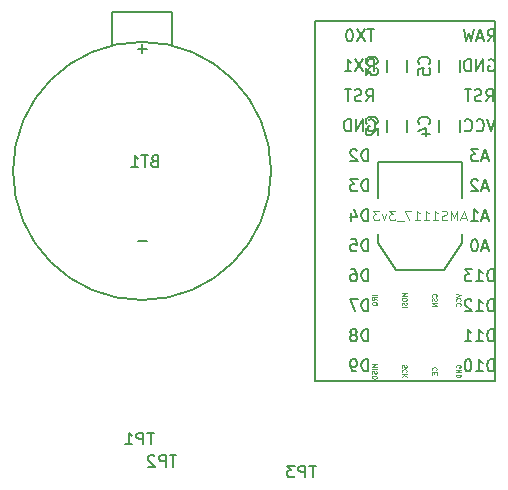
<source format=gbo>
G04 #@! TF.FileFunction,Legend,Bot*
%FSLAX46Y46*%
G04 Gerber Fmt 4.6, Leading zero omitted, Abs format (unit mm)*
G04 Created by KiCad (PCBNEW (2016-10-19 revision 4d180ef)-makepkg) date 10/20/16 15:19:41*
%MOMM*%
%LPD*%
G01*
G04 APERTURE LIST*
%ADD10C,0.100000*%
%ADD11C,0.150000*%
G04 APERTURE END LIST*
D10*
D11*
X139065000Y-76708000D02*
X141605000Y-76708000D01*
X141605000Y-76708000D02*
X141605000Y-79502000D01*
X139065000Y-76708000D02*
X136525000Y-76708000D01*
X136525000Y-76708000D02*
X136525000Y-79502000D01*
X149989953Y-90170000D02*
G75*
G03X149989953Y-90170000I-10924953J0D01*
G01*
X159004000Y-92456000D02*
X159004000Y-89408000D01*
X159004000Y-89408000D02*
X166116000Y-89408000D01*
X166116000Y-89408000D02*
X166116000Y-92456000D01*
X159004000Y-95504000D02*
X159004000Y-96266000D01*
X159004000Y-96266000D02*
X160528000Y-98552000D01*
X160528000Y-98552000D02*
X164592000Y-98552000D01*
X164592000Y-98552000D02*
X166116000Y-96266000D01*
X166116000Y-96266000D02*
X166116000Y-95504000D01*
X164250000Y-81780000D02*
X164250000Y-80780000D01*
X165950000Y-80780000D02*
X165950000Y-81780000D01*
X164250000Y-86860000D02*
X164250000Y-85860000D01*
X165950000Y-85860000D02*
X165950000Y-86860000D01*
X159805000Y-81780000D02*
X159805000Y-80780000D01*
X161505000Y-80780000D02*
X161505000Y-81780000D01*
X159805000Y-86860000D02*
X159805000Y-85860000D01*
X161505000Y-85860000D02*
X161505000Y-86860000D01*
X168910000Y-107950000D02*
X153670000Y-107950000D01*
X153670000Y-107950000D02*
X153670000Y-77470000D01*
X153670000Y-77470000D02*
X168910000Y-77470000D01*
X168910000Y-77470000D02*
X168910000Y-107950000D01*
X140104714Y-89336571D02*
X139961857Y-89384190D01*
X139914238Y-89431809D01*
X139866619Y-89527047D01*
X139866619Y-89669904D01*
X139914238Y-89765142D01*
X139961857Y-89812761D01*
X140057095Y-89860380D01*
X140438047Y-89860380D01*
X140438047Y-88860380D01*
X140104714Y-88860380D01*
X140009476Y-88908000D01*
X139961857Y-88955619D01*
X139914238Y-89050857D01*
X139914238Y-89146095D01*
X139961857Y-89241333D01*
X140009476Y-89288952D01*
X140104714Y-89336571D01*
X140438047Y-89336571D01*
X139580904Y-88860380D02*
X139009476Y-88860380D01*
X139295190Y-89860380D02*
X139295190Y-88860380D01*
X138152333Y-89860380D02*
X138723761Y-89860380D01*
X138438047Y-89860380D02*
X138438047Y-88860380D01*
X138533285Y-89003238D01*
X138628523Y-89098476D01*
X138723761Y-89146095D01*
X139445952Y-96083428D02*
X138684047Y-96083428D01*
X139445952Y-79827428D02*
X138684047Y-79827428D01*
X139065000Y-80208380D02*
X139065000Y-79446476D01*
X140072904Y-112323380D02*
X139501476Y-112323380D01*
X139787190Y-113323380D02*
X139787190Y-112323380D01*
X139168142Y-113323380D02*
X139168142Y-112323380D01*
X138787190Y-112323380D01*
X138691952Y-112371000D01*
X138644333Y-112418619D01*
X138596714Y-112513857D01*
X138596714Y-112656714D01*
X138644333Y-112751952D01*
X138691952Y-112799571D01*
X138787190Y-112847190D01*
X139168142Y-112847190D01*
X137644333Y-113323380D02*
X138215761Y-113323380D01*
X137930047Y-113323380D02*
X137930047Y-112323380D01*
X138025285Y-112466238D01*
X138120523Y-112561476D01*
X138215761Y-112609095D01*
X153788904Y-115117380D02*
X153217476Y-115117380D01*
X153503190Y-116117380D02*
X153503190Y-115117380D01*
X152884142Y-116117380D02*
X152884142Y-115117380D01*
X152503190Y-115117380D01*
X152407952Y-115165000D01*
X152360333Y-115212619D01*
X152312714Y-115307857D01*
X152312714Y-115450714D01*
X152360333Y-115545952D01*
X152407952Y-115593571D01*
X152503190Y-115641190D01*
X152884142Y-115641190D01*
X151979380Y-115117380D02*
X151360333Y-115117380D01*
X151693666Y-115498333D01*
X151550809Y-115498333D01*
X151455571Y-115545952D01*
X151407952Y-115593571D01*
X151360333Y-115688809D01*
X151360333Y-115926904D01*
X151407952Y-116022142D01*
X151455571Y-116069761D01*
X151550809Y-116117380D01*
X151836523Y-116117380D01*
X151931761Y-116069761D01*
X151979380Y-116022142D01*
X141977904Y-114228380D02*
X141406476Y-114228380D01*
X141692190Y-115228380D02*
X141692190Y-114228380D01*
X141073142Y-115228380D02*
X141073142Y-114228380D01*
X140692190Y-114228380D01*
X140596952Y-114276000D01*
X140549333Y-114323619D01*
X140501714Y-114418857D01*
X140501714Y-114561714D01*
X140549333Y-114656952D01*
X140596952Y-114704571D01*
X140692190Y-114752190D01*
X141073142Y-114752190D01*
X140120761Y-114323619D02*
X140073142Y-114276000D01*
X139977904Y-114228380D01*
X139739809Y-114228380D01*
X139644571Y-114276000D01*
X139596952Y-114323619D01*
X139549333Y-114418857D01*
X139549333Y-114514095D01*
X139596952Y-114656952D01*
X140168380Y-115228380D01*
X139549333Y-115228380D01*
X163357142Y-81113333D02*
X163404761Y-81065714D01*
X163452380Y-80922857D01*
X163452380Y-80827619D01*
X163404761Y-80684761D01*
X163309523Y-80589523D01*
X163214285Y-80541904D01*
X163023809Y-80494285D01*
X162880952Y-80494285D01*
X162690476Y-80541904D01*
X162595238Y-80589523D01*
X162500000Y-80684761D01*
X162452380Y-80827619D01*
X162452380Y-80922857D01*
X162500000Y-81065714D01*
X162547619Y-81113333D01*
X162452380Y-82018095D02*
X162452380Y-81541904D01*
X162928571Y-81494285D01*
X162880952Y-81541904D01*
X162833333Y-81637142D01*
X162833333Y-81875238D01*
X162880952Y-81970476D01*
X162928571Y-82018095D01*
X163023809Y-82065714D01*
X163261904Y-82065714D01*
X163357142Y-82018095D01*
X163404761Y-81970476D01*
X163452380Y-81875238D01*
X163452380Y-81637142D01*
X163404761Y-81541904D01*
X163357142Y-81494285D01*
X163357142Y-86193333D02*
X163404761Y-86145714D01*
X163452380Y-86002857D01*
X163452380Y-85907619D01*
X163404761Y-85764761D01*
X163309523Y-85669523D01*
X163214285Y-85621904D01*
X163023809Y-85574285D01*
X162880952Y-85574285D01*
X162690476Y-85621904D01*
X162595238Y-85669523D01*
X162500000Y-85764761D01*
X162452380Y-85907619D01*
X162452380Y-86002857D01*
X162500000Y-86145714D01*
X162547619Y-86193333D01*
X162785714Y-87050476D02*
X163452380Y-87050476D01*
X162404761Y-86812380D02*
X163119047Y-86574285D01*
X163119047Y-87193333D01*
X158912142Y-81113333D02*
X158959761Y-81065714D01*
X159007380Y-80922857D01*
X159007380Y-80827619D01*
X158959761Y-80684761D01*
X158864523Y-80589523D01*
X158769285Y-80541904D01*
X158578809Y-80494285D01*
X158435952Y-80494285D01*
X158245476Y-80541904D01*
X158150238Y-80589523D01*
X158055000Y-80684761D01*
X158007380Y-80827619D01*
X158007380Y-80922857D01*
X158055000Y-81065714D01*
X158102619Y-81113333D01*
X158007380Y-81446666D02*
X158007380Y-82065714D01*
X158388333Y-81732380D01*
X158388333Y-81875238D01*
X158435952Y-81970476D01*
X158483571Y-82018095D01*
X158578809Y-82065714D01*
X158816904Y-82065714D01*
X158912142Y-82018095D01*
X158959761Y-81970476D01*
X159007380Y-81875238D01*
X159007380Y-81589523D01*
X158959761Y-81494285D01*
X158912142Y-81446666D01*
X158912142Y-86193333D02*
X158959761Y-86145714D01*
X159007380Y-86002857D01*
X159007380Y-85907619D01*
X158959761Y-85764761D01*
X158864523Y-85669523D01*
X158769285Y-85621904D01*
X158578809Y-85574285D01*
X158435952Y-85574285D01*
X158245476Y-85621904D01*
X158150238Y-85669523D01*
X158055000Y-85764761D01*
X158007380Y-85907619D01*
X158007380Y-86002857D01*
X158055000Y-86145714D01*
X158102619Y-86193333D01*
X158102619Y-86574285D02*
X158055000Y-86621904D01*
X158007380Y-86717142D01*
X158007380Y-86955238D01*
X158055000Y-87050476D01*
X158102619Y-87098095D01*
X158197857Y-87145714D01*
X158293095Y-87145714D01*
X158435952Y-87098095D01*
X159007380Y-86526666D01*
X159007380Y-87145714D01*
D10*
X158930952Y-100682476D02*
X158530952Y-100682476D01*
X158930952Y-101101523D02*
X158740476Y-100968190D01*
X158930952Y-100872952D02*
X158530952Y-100872952D01*
X158530952Y-101025333D01*
X158550000Y-101063428D01*
X158569047Y-101082476D01*
X158607142Y-101101523D01*
X158664285Y-101101523D01*
X158702380Y-101082476D01*
X158721428Y-101063428D01*
X158740476Y-101025333D01*
X158740476Y-100872952D01*
X158969047Y-101539619D02*
X158950000Y-101501523D01*
X158911904Y-101463428D01*
X158854761Y-101406285D01*
X158835714Y-101368190D01*
X158835714Y-101330095D01*
X158930952Y-101349142D02*
X158911904Y-101311047D01*
X158873809Y-101272952D01*
X158797619Y-101253904D01*
X158664285Y-101253904D01*
X158588095Y-101272952D01*
X158550000Y-101311047D01*
X158530952Y-101349142D01*
X158530952Y-101425333D01*
X158550000Y-101463428D01*
X158588095Y-101501523D01*
X158664285Y-101520571D01*
X158797619Y-101520571D01*
X158873809Y-101501523D01*
X158911904Y-101463428D01*
X158930952Y-101425333D01*
X158930952Y-101349142D01*
X158930952Y-106479428D02*
X158530952Y-106479428D01*
X158816666Y-106612761D01*
X158530952Y-106746095D01*
X158930952Y-106746095D01*
X158930952Y-106936571D02*
X158530952Y-106936571D01*
X158911904Y-107108000D02*
X158930952Y-107165142D01*
X158930952Y-107260380D01*
X158911904Y-107298476D01*
X158892857Y-107317523D01*
X158854761Y-107336571D01*
X158816666Y-107336571D01*
X158778571Y-107317523D01*
X158759523Y-107298476D01*
X158740476Y-107260380D01*
X158721428Y-107184190D01*
X158702380Y-107146095D01*
X158683333Y-107127047D01*
X158645238Y-107108000D01*
X158607142Y-107108000D01*
X158569047Y-107127047D01*
X158550000Y-107146095D01*
X158530952Y-107184190D01*
X158530952Y-107279428D01*
X158550000Y-107336571D01*
X158530952Y-107584190D02*
X158530952Y-107660380D01*
X158550000Y-107698476D01*
X158588095Y-107736571D01*
X158664285Y-107755619D01*
X158797619Y-107755619D01*
X158873809Y-107736571D01*
X158911904Y-107698476D01*
X158930952Y-107660380D01*
X158930952Y-107584190D01*
X158911904Y-107546095D01*
X158873809Y-107508000D01*
X158797619Y-107488952D01*
X158664285Y-107488952D01*
X158588095Y-107508000D01*
X158550000Y-107546095D01*
X158530952Y-107584190D01*
X161470952Y-100463428D02*
X161070952Y-100463428D01*
X161356666Y-100596761D01*
X161070952Y-100730095D01*
X161470952Y-100730095D01*
X161070952Y-100996761D02*
X161070952Y-101072952D01*
X161090000Y-101111047D01*
X161128095Y-101149142D01*
X161204285Y-101168190D01*
X161337619Y-101168190D01*
X161413809Y-101149142D01*
X161451904Y-101111047D01*
X161470952Y-101072952D01*
X161470952Y-100996761D01*
X161451904Y-100958666D01*
X161413809Y-100920571D01*
X161337619Y-100901523D01*
X161204285Y-100901523D01*
X161128095Y-100920571D01*
X161090000Y-100958666D01*
X161070952Y-100996761D01*
X161451904Y-101320571D02*
X161470952Y-101377714D01*
X161470952Y-101472952D01*
X161451904Y-101511047D01*
X161432857Y-101530095D01*
X161394761Y-101549142D01*
X161356666Y-101549142D01*
X161318571Y-101530095D01*
X161299523Y-101511047D01*
X161280476Y-101472952D01*
X161261428Y-101396761D01*
X161242380Y-101358666D01*
X161223333Y-101339619D01*
X161185238Y-101320571D01*
X161147142Y-101320571D01*
X161109047Y-101339619D01*
X161090000Y-101358666D01*
X161070952Y-101396761D01*
X161070952Y-101492000D01*
X161090000Y-101549142D01*
X161470952Y-101720571D02*
X161070952Y-101720571D01*
X161451904Y-106593714D02*
X161470952Y-106650857D01*
X161470952Y-106746095D01*
X161451904Y-106784190D01*
X161432857Y-106803238D01*
X161394761Y-106822285D01*
X161356666Y-106822285D01*
X161318571Y-106803238D01*
X161299523Y-106784190D01*
X161280476Y-106746095D01*
X161261428Y-106669904D01*
X161242380Y-106631809D01*
X161223333Y-106612761D01*
X161185238Y-106593714D01*
X161147142Y-106593714D01*
X161109047Y-106612761D01*
X161090000Y-106631809D01*
X161070952Y-106669904D01*
X161070952Y-106765142D01*
X161090000Y-106822285D01*
X161432857Y-107222285D02*
X161451904Y-107203238D01*
X161470952Y-107146095D01*
X161470952Y-107108000D01*
X161451904Y-107050857D01*
X161413809Y-107012761D01*
X161375714Y-106993714D01*
X161299523Y-106974666D01*
X161242380Y-106974666D01*
X161166190Y-106993714D01*
X161128095Y-107012761D01*
X161090000Y-107050857D01*
X161070952Y-107108000D01*
X161070952Y-107146095D01*
X161090000Y-107203238D01*
X161109047Y-107222285D01*
X161470952Y-107393714D02*
X161070952Y-107393714D01*
X161470952Y-107622285D02*
X161242380Y-107450857D01*
X161070952Y-107622285D02*
X161299523Y-107393714D01*
X163972857Y-100815809D02*
X163991904Y-100796761D01*
X164010952Y-100739619D01*
X164010952Y-100701523D01*
X163991904Y-100644380D01*
X163953809Y-100606285D01*
X163915714Y-100587238D01*
X163839523Y-100568190D01*
X163782380Y-100568190D01*
X163706190Y-100587238D01*
X163668095Y-100606285D01*
X163630000Y-100644380D01*
X163610952Y-100701523D01*
X163610952Y-100739619D01*
X163630000Y-100796761D01*
X163649047Y-100815809D01*
X163991904Y-100968190D02*
X164010952Y-101025333D01*
X164010952Y-101120571D01*
X163991904Y-101158666D01*
X163972857Y-101177714D01*
X163934761Y-101196761D01*
X163896666Y-101196761D01*
X163858571Y-101177714D01*
X163839523Y-101158666D01*
X163820476Y-101120571D01*
X163801428Y-101044380D01*
X163782380Y-101006285D01*
X163763333Y-100987238D01*
X163725238Y-100968190D01*
X163687142Y-100968190D01*
X163649047Y-100987238D01*
X163630000Y-101006285D01*
X163610952Y-101044380D01*
X163610952Y-101139619D01*
X163630000Y-101196761D01*
X164010952Y-101368190D02*
X163610952Y-101368190D01*
X164010952Y-101596761D01*
X163610952Y-101596761D01*
X163972857Y-107050857D02*
X163991904Y-107031809D01*
X164010952Y-106974666D01*
X164010952Y-106936571D01*
X163991904Y-106879428D01*
X163953809Y-106841333D01*
X163915714Y-106822285D01*
X163839523Y-106803238D01*
X163782380Y-106803238D01*
X163706190Y-106822285D01*
X163668095Y-106841333D01*
X163630000Y-106879428D01*
X163610952Y-106936571D01*
X163610952Y-106974666D01*
X163630000Y-107031809D01*
X163649047Y-107050857D01*
X163801428Y-107222285D02*
X163801428Y-107355619D01*
X164010952Y-107412761D02*
X164010952Y-107222285D01*
X163610952Y-107222285D01*
X163610952Y-107412761D01*
X165642952Y-100558666D02*
X166042952Y-100692000D01*
X165642952Y-100825333D01*
X166004857Y-101187238D02*
X166023904Y-101168190D01*
X166042952Y-101111047D01*
X166042952Y-101072952D01*
X166023904Y-101015809D01*
X165985809Y-100977714D01*
X165947714Y-100958666D01*
X165871523Y-100939619D01*
X165814380Y-100939619D01*
X165738190Y-100958666D01*
X165700095Y-100977714D01*
X165662000Y-101015809D01*
X165642952Y-101072952D01*
X165642952Y-101111047D01*
X165662000Y-101168190D01*
X165681047Y-101187238D01*
X166004857Y-101587238D02*
X166023904Y-101568190D01*
X166042952Y-101511047D01*
X166042952Y-101472952D01*
X166023904Y-101415809D01*
X165985809Y-101377714D01*
X165947714Y-101358666D01*
X165871523Y-101339619D01*
X165814380Y-101339619D01*
X165738190Y-101358666D01*
X165700095Y-101377714D01*
X165662000Y-101415809D01*
X165642952Y-101472952D01*
X165642952Y-101511047D01*
X165662000Y-101568190D01*
X165681047Y-101587238D01*
X165662000Y-106803238D02*
X165642952Y-106765142D01*
X165642952Y-106708000D01*
X165662000Y-106650857D01*
X165700095Y-106612761D01*
X165738190Y-106593714D01*
X165814380Y-106574666D01*
X165871523Y-106574666D01*
X165947714Y-106593714D01*
X165985809Y-106612761D01*
X166023904Y-106650857D01*
X166042952Y-106708000D01*
X166042952Y-106746095D01*
X166023904Y-106803238D01*
X166004857Y-106822285D01*
X165871523Y-106822285D01*
X165871523Y-106746095D01*
X166042952Y-106993714D02*
X165642952Y-106993714D01*
X166042952Y-107222285D01*
X165642952Y-107222285D01*
X166042952Y-107412761D02*
X165642952Y-107412761D01*
X165642952Y-107508000D01*
X165662000Y-107565142D01*
X165700095Y-107603238D01*
X165738190Y-107622285D01*
X165814380Y-107641333D01*
X165871523Y-107641333D01*
X165947714Y-107622285D01*
X165985809Y-107603238D01*
X166023904Y-107565142D01*
X166042952Y-107508000D01*
X166042952Y-107412761D01*
X166483809Y-94113333D02*
X166102857Y-94113333D01*
X166560000Y-94341904D02*
X166293333Y-93541904D01*
X166026666Y-94341904D01*
X165760000Y-94341904D02*
X165760000Y-93541904D01*
X165493333Y-94113333D01*
X165226666Y-93541904D01*
X165226666Y-94341904D01*
X164883809Y-94303809D02*
X164769523Y-94341904D01*
X164579047Y-94341904D01*
X164502857Y-94303809D01*
X164464761Y-94265714D01*
X164426666Y-94189523D01*
X164426666Y-94113333D01*
X164464761Y-94037142D01*
X164502857Y-93999047D01*
X164579047Y-93960952D01*
X164731428Y-93922857D01*
X164807619Y-93884761D01*
X164845714Y-93846666D01*
X164883809Y-93770476D01*
X164883809Y-93694285D01*
X164845714Y-93618095D01*
X164807619Y-93580000D01*
X164731428Y-93541904D01*
X164540952Y-93541904D01*
X164426666Y-93580000D01*
X163664761Y-94341904D02*
X164121904Y-94341904D01*
X163893333Y-94341904D02*
X163893333Y-93541904D01*
X163969523Y-93656190D01*
X164045714Y-93732380D01*
X164121904Y-93770476D01*
X162902857Y-94341904D02*
X163360000Y-94341904D01*
X163131428Y-94341904D02*
X163131428Y-93541904D01*
X163207619Y-93656190D01*
X163283809Y-93732380D01*
X163360000Y-93770476D01*
X162140952Y-94341904D02*
X162598095Y-94341904D01*
X162369523Y-94341904D02*
X162369523Y-93541904D01*
X162445714Y-93656190D01*
X162521904Y-93732380D01*
X162598095Y-93770476D01*
X161874285Y-93541904D02*
X161340952Y-93541904D01*
X161683809Y-94341904D01*
X161226666Y-94418095D02*
X160617142Y-94418095D01*
X160502857Y-93541904D02*
X160007619Y-93541904D01*
X160274285Y-93846666D01*
X160160000Y-93846666D01*
X160083809Y-93884761D01*
X160045714Y-93922857D01*
X160007619Y-93999047D01*
X160007619Y-94189523D01*
X160045714Y-94265714D01*
X160083809Y-94303809D01*
X160160000Y-94341904D01*
X160388571Y-94341904D01*
X160464761Y-94303809D01*
X160502857Y-94265714D01*
X159740952Y-93808571D02*
X159550476Y-94341904D01*
X159360000Y-93808571D01*
X159131428Y-93541904D02*
X158636190Y-93541904D01*
X158902857Y-93846666D01*
X158788571Y-93846666D01*
X158712380Y-93884761D01*
X158674285Y-93922857D01*
X158636190Y-93999047D01*
X158636190Y-94189523D01*
X158674285Y-94265714D01*
X158712380Y-94303809D01*
X158788571Y-94341904D01*
X159017142Y-94341904D01*
X159093333Y-94303809D01*
X159131428Y-94265714D01*
D11*
X158718095Y-78192380D02*
X158146666Y-78192380D01*
X158432380Y-79192380D02*
X158432380Y-78192380D01*
X157908571Y-78192380D02*
X157241904Y-79192380D01*
X157241904Y-78192380D02*
X157908571Y-79192380D01*
X156670476Y-78192380D02*
X156575238Y-78192380D01*
X156480000Y-78240000D01*
X156432380Y-78287619D01*
X156384761Y-78382857D01*
X156337142Y-78573333D01*
X156337142Y-78811428D01*
X156384761Y-79001904D01*
X156432380Y-79097142D01*
X156480000Y-79144761D01*
X156575238Y-79192380D01*
X156670476Y-79192380D01*
X156765714Y-79144761D01*
X156813333Y-79097142D01*
X156860952Y-79001904D01*
X156908571Y-78811428D01*
X156908571Y-78573333D01*
X156860952Y-78382857D01*
X156813333Y-78287619D01*
X156765714Y-78240000D01*
X156670476Y-78192380D01*
X158122857Y-81732380D02*
X158456190Y-81256190D01*
X158694285Y-81732380D02*
X158694285Y-80732380D01*
X158313333Y-80732380D01*
X158218095Y-80780000D01*
X158170476Y-80827619D01*
X158122857Y-80922857D01*
X158122857Y-81065714D01*
X158170476Y-81160952D01*
X158218095Y-81208571D01*
X158313333Y-81256190D01*
X158694285Y-81256190D01*
X157789523Y-80732380D02*
X157122857Y-81732380D01*
X157122857Y-80732380D02*
X157789523Y-81732380D01*
X156218095Y-81732380D02*
X156789523Y-81732380D01*
X156503809Y-81732380D02*
X156503809Y-80732380D01*
X156599047Y-80875238D01*
X156694285Y-80970476D01*
X156789523Y-81018095D01*
X158027619Y-84272380D02*
X158360952Y-83796190D01*
X158599047Y-84272380D02*
X158599047Y-83272380D01*
X158218095Y-83272380D01*
X158122857Y-83320000D01*
X158075238Y-83367619D01*
X158027619Y-83462857D01*
X158027619Y-83605714D01*
X158075238Y-83700952D01*
X158122857Y-83748571D01*
X158218095Y-83796190D01*
X158599047Y-83796190D01*
X157646666Y-84224761D02*
X157503809Y-84272380D01*
X157265714Y-84272380D01*
X157170476Y-84224761D01*
X157122857Y-84177142D01*
X157075238Y-84081904D01*
X157075238Y-83986666D01*
X157122857Y-83891428D01*
X157170476Y-83843809D01*
X157265714Y-83796190D01*
X157456190Y-83748571D01*
X157551428Y-83700952D01*
X157599047Y-83653333D01*
X157646666Y-83558095D01*
X157646666Y-83462857D01*
X157599047Y-83367619D01*
X157551428Y-83320000D01*
X157456190Y-83272380D01*
X157218095Y-83272380D01*
X157075238Y-83320000D01*
X156789523Y-83272380D02*
X156218095Y-83272380D01*
X156503809Y-84272380D02*
X156503809Y-83272380D01*
X158241904Y-85860000D02*
X158337142Y-85812380D01*
X158480000Y-85812380D01*
X158622857Y-85860000D01*
X158718095Y-85955238D01*
X158765714Y-86050476D01*
X158813333Y-86240952D01*
X158813333Y-86383809D01*
X158765714Y-86574285D01*
X158718095Y-86669523D01*
X158622857Y-86764761D01*
X158480000Y-86812380D01*
X158384761Y-86812380D01*
X158241904Y-86764761D01*
X158194285Y-86717142D01*
X158194285Y-86383809D01*
X158384761Y-86383809D01*
X157765714Y-86812380D02*
X157765714Y-85812380D01*
X157194285Y-86812380D01*
X157194285Y-85812380D01*
X156718095Y-86812380D02*
X156718095Y-85812380D01*
X156480000Y-85812380D01*
X156337142Y-85860000D01*
X156241904Y-85955238D01*
X156194285Y-86050476D01*
X156146666Y-86240952D01*
X156146666Y-86383809D01*
X156194285Y-86574285D01*
X156241904Y-86669523D01*
X156337142Y-86764761D01*
X156480000Y-86812380D01*
X156718095Y-86812380D01*
X158218095Y-89352380D02*
X158218095Y-88352380D01*
X157980000Y-88352380D01*
X157837142Y-88400000D01*
X157741904Y-88495238D01*
X157694285Y-88590476D01*
X157646666Y-88780952D01*
X157646666Y-88923809D01*
X157694285Y-89114285D01*
X157741904Y-89209523D01*
X157837142Y-89304761D01*
X157980000Y-89352380D01*
X158218095Y-89352380D01*
X157265714Y-88447619D02*
X157218095Y-88400000D01*
X157122857Y-88352380D01*
X156884761Y-88352380D01*
X156789523Y-88400000D01*
X156741904Y-88447619D01*
X156694285Y-88542857D01*
X156694285Y-88638095D01*
X156741904Y-88780952D01*
X157313333Y-89352380D01*
X156694285Y-89352380D01*
X158218095Y-91892380D02*
X158218095Y-90892380D01*
X157980000Y-90892380D01*
X157837142Y-90940000D01*
X157741904Y-91035238D01*
X157694285Y-91130476D01*
X157646666Y-91320952D01*
X157646666Y-91463809D01*
X157694285Y-91654285D01*
X157741904Y-91749523D01*
X157837142Y-91844761D01*
X157980000Y-91892380D01*
X158218095Y-91892380D01*
X157313333Y-90892380D02*
X156694285Y-90892380D01*
X157027619Y-91273333D01*
X156884761Y-91273333D01*
X156789523Y-91320952D01*
X156741904Y-91368571D01*
X156694285Y-91463809D01*
X156694285Y-91701904D01*
X156741904Y-91797142D01*
X156789523Y-91844761D01*
X156884761Y-91892380D01*
X157170476Y-91892380D01*
X157265714Y-91844761D01*
X157313333Y-91797142D01*
X158218095Y-94432380D02*
X158218095Y-93432380D01*
X157980000Y-93432380D01*
X157837142Y-93480000D01*
X157741904Y-93575238D01*
X157694285Y-93670476D01*
X157646666Y-93860952D01*
X157646666Y-94003809D01*
X157694285Y-94194285D01*
X157741904Y-94289523D01*
X157837142Y-94384761D01*
X157980000Y-94432380D01*
X158218095Y-94432380D01*
X156789523Y-93765714D02*
X156789523Y-94432380D01*
X157027619Y-93384761D02*
X157265714Y-94099047D01*
X156646666Y-94099047D01*
X158218095Y-96972380D02*
X158218095Y-95972380D01*
X157980000Y-95972380D01*
X157837142Y-96020000D01*
X157741904Y-96115238D01*
X157694285Y-96210476D01*
X157646666Y-96400952D01*
X157646666Y-96543809D01*
X157694285Y-96734285D01*
X157741904Y-96829523D01*
X157837142Y-96924761D01*
X157980000Y-96972380D01*
X158218095Y-96972380D01*
X156741904Y-95972380D02*
X157218095Y-95972380D01*
X157265714Y-96448571D01*
X157218095Y-96400952D01*
X157122857Y-96353333D01*
X156884761Y-96353333D01*
X156789523Y-96400952D01*
X156741904Y-96448571D01*
X156694285Y-96543809D01*
X156694285Y-96781904D01*
X156741904Y-96877142D01*
X156789523Y-96924761D01*
X156884761Y-96972380D01*
X157122857Y-96972380D01*
X157218095Y-96924761D01*
X157265714Y-96877142D01*
X158218095Y-99512380D02*
X158218095Y-98512380D01*
X157980000Y-98512380D01*
X157837142Y-98560000D01*
X157741904Y-98655238D01*
X157694285Y-98750476D01*
X157646666Y-98940952D01*
X157646666Y-99083809D01*
X157694285Y-99274285D01*
X157741904Y-99369523D01*
X157837142Y-99464761D01*
X157980000Y-99512380D01*
X158218095Y-99512380D01*
X156789523Y-98512380D02*
X156980000Y-98512380D01*
X157075238Y-98560000D01*
X157122857Y-98607619D01*
X157218095Y-98750476D01*
X157265714Y-98940952D01*
X157265714Y-99321904D01*
X157218095Y-99417142D01*
X157170476Y-99464761D01*
X157075238Y-99512380D01*
X156884761Y-99512380D01*
X156789523Y-99464761D01*
X156741904Y-99417142D01*
X156694285Y-99321904D01*
X156694285Y-99083809D01*
X156741904Y-98988571D01*
X156789523Y-98940952D01*
X156884761Y-98893333D01*
X157075238Y-98893333D01*
X157170476Y-98940952D01*
X157218095Y-98988571D01*
X157265714Y-99083809D01*
X158218095Y-102052380D02*
X158218095Y-101052380D01*
X157980000Y-101052380D01*
X157837142Y-101100000D01*
X157741904Y-101195238D01*
X157694285Y-101290476D01*
X157646666Y-101480952D01*
X157646666Y-101623809D01*
X157694285Y-101814285D01*
X157741904Y-101909523D01*
X157837142Y-102004761D01*
X157980000Y-102052380D01*
X158218095Y-102052380D01*
X157313333Y-101052380D02*
X156646666Y-101052380D01*
X157075238Y-102052380D01*
X158218095Y-104592380D02*
X158218095Y-103592380D01*
X157980000Y-103592380D01*
X157837142Y-103640000D01*
X157741904Y-103735238D01*
X157694285Y-103830476D01*
X157646666Y-104020952D01*
X157646666Y-104163809D01*
X157694285Y-104354285D01*
X157741904Y-104449523D01*
X157837142Y-104544761D01*
X157980000Y-104592380D01*
X158218095Y-104592380D01*
X157075238Y-104020952D02*
X157170476Y-103973333D01*
X157218095Y-103925714D01*
X157265714Y-103830476D01*
X157265714Y-103782857D01*
X157218095Y-103687619D01*
X157170476Y-103640000D01*
X157075238Y-103592380D01*
X156884761Y-103592380D01*
X156789523Y-103640000D01*
X156741904Y-103687619D01*
X156694285Y-103782857D01*
X156694285Y-103830476D01*
X156741904Y-103925714D01*
X156789523Y-103973333D01*
X156884761Y-104020952D01*
X157075238Y-104020952D01*
X157170476Y-104068571D01*
X157218095Y-104116190D01*
X157265714Y-104211428D01*
X157265714Y-104401904D01*
X157218095Y-104497142D01*
X157170476Y-104544761D01*
X157075238Y-104592380D01*
X156884761Y-104592380D01*
X156789523Y-104544761D01*
X156741904Y-104497142D01*
X156694285Y-104401904D01*
X156694285Y-104211428D01*
X156741904Y-104116190D01*
X156789523Y-104068571D01*
X156884761Y-104020952D01*
X158218095Y-107132380D02*
X158218095Y-106132380D01*
X157980000Y-106132380D01*
X157837142Y-106180000D01*
X157741904Y-106275238D01*
X157694285Y-106370476D01*
X157646666Y-106560952D01*
X157646666Y-106703809D01*
X157694285Y-106894285D01*
X157741904Y-106989523D01*
X157837142Y-107084761D01*
X157980000Y-107132380D01*
X158218095Y-107132380D01*
X157170476Y-107132380D02*
X156980000Y-107132380D01*
X156884761Y-107084761D01*
X156837142Y-107037142D01*
X156741904Y-106894285D01*
X156694285Y-106703809D01*
X156694285Y-106322857D01*
X156741904Y-106227619D01*
X156789523Y-106180000D01*
X156884761Y-106132380D01*
X157075238Y-106132380D01*
X157170476Y-106180000D01*
X157218095Y-106227619D01*
X157265714Y-106322857D01*
X157265714Y-106560952D01*
X157218095Y-106656190D01*
X157170476Y-106703809D01*
X157075238Y-106751428D01*
X156884761Y-106751428D01*
X156789523Y-106703809D01*
X156741904Y-106656190D01*
X156694285Y-106560952D01*
X168330476Y-79192380D02*
X168663809Y-78716190D01*
X168901904Y-79192380D02*
X168901904Y-78192380D01*
X168520952Y-78192380D01*
X168425714Y-78240000D01*
X168378095Y-78287619D01*
X168330476Y-78382857D01*
X168330476Y-78525714D01*
X168378095Y-78620952D01*
X168425714Y-78668571D01*
X168520952Y-78716190D01*
X168901904Y-78716190D01*
X167949523Y-78906666D02*
X167473333Y-78906666D01*
X168044761Y-79192380D02*
X167711428Y-78192380D01*
X167378095Y-79192380D01*
X167140000Y-78192380D02*
X166901904Y-79192380D01*
X166711428Y-78478095D01*
X166520952Y-79192380D01*
X166282857Y-78192380D01*
X168401904Y-80780000D02*
X168497142Y-80732380D01*
X168640000Y-80732380D01*
X168782857Y-80780000D01*
X168878095Y-80875238D01*
X168925714Y-80970476D01*
X168973333Y-81160952D01*
X168973333Y-81303809D01*
X168925714Y-81494285D01*
X168878095Y-81589523D01*
X168782857Y-81684761D01*
X168640000Y-81732380D01*
X168544761Y-81732380D01*
X168401904Y-81684761D01*
X168354285Y-81637142D01*
X168354285Y-81303809D01*
X168544761Y-81303809D01*
X167925714Y-81732380D02*
X167925714Y-80732380D01*
X167354285Y-81732380D01*
X167354285Y-80732380D01*
X166878095Y-81732380D02*
X166878095Y-80732380D01*
X166640000Y-80732380D01*
X166497142Y-80780000D01*
X166401904Y-80875238D01*
X166354285Y-80970476D01*
X166306666Y-81160952D01*
X166306666Y-81303809D01*
X166354285Y-81494285D01*
X166401904Y-81589523D01*
X166497142Y-81684761D01*
X166640000Y-81732380D01*
X166878095Y-81732380D01*
X168187619Y-84272380D02*
X168520952Y-83796190D01*
X168759047Y-84272380D02*
X168759047Y-83272380D01*
X168378095Y-83272380D01*
X168282857Y-83320000D01*
X168235238Y-83367619D01*
X168187619Y-83462857D01*
X168187619Y-83605714D01*
X168235238Y-83700952D01*
X168282857Y-83748571D01*
X168378095Y-83796190D01*
X168759047Y-83796190D01*
X167806666Y-84224761D02*
X167663809Y-84272380D01*
X167425714Y-84272380D01*
X167330476Y-84224761D01*
X167282857Y-84177142D01*
X167235238Y-84081904D01*
X167235238Y-83986666D01*
X167282857Y-83891428D01*
X167330476Y-83843809D01*
X167425714Y-83796190D01*
X167616190Y-83748571D01*
X167711428Y-83700952D01*
X167759047Y-83653333D01*
X167806666Y-83558095D01*
X167806666Y-83462857D01*
X167759047Y-83367619D01*
X167711428Y-83320000D01*
X167616190Y-83272380D01*
X167378095Y-83272380D01*
X167235238Y-83320000D01*
X166949523Y-83272380D02*
X166378095Y-83272380D01*
X166663809Y-84272380D02*
X166663809Y-83272380D01*
X168973333Y-85812380D02*
X168640000Y-86812380D01*
X168306666Y-85812380D01*
X167401904Y-86717142D02*
X167449523Y-86764761D01*
X167592380Y-86812380D01*
X167687619Y-86812380D01*
X167830476Y-86764761D01*
X167925714Y-86669523D01*
X167973333Y-86574285D01*
X168020952Y-86383809D01*
X168020952Y-86240952D01*
X167973333Y-86050476D01*
X167925714Y-85955238D01*
X167830476Y-85860000D01*
X167687619Y-85812380D01*
X167592380Y-85812380D01*
X167449523Y-85860000D01*
X167401904Y-85907619D01*
X166401904Y-86717142D02*
X166449523Y-86764761D01*
X166592380Y-86812380D01*
X166687619Y-86812380D01*
X166830476Y-86764761D01*
X166925714Y-86669523D01*
X166973333Y-86574285D01*
X167020952Y-86383809D01*
X167020952Y-86240952D01*
X166973333Y-86050476D01*
X166925714Y-85955238D01*
X166830476Y-85860000D01*
X166687619Y-85812380D01*
X166592380Y-85812380D01*
X166449523Y-85860000D01*
X166401904Y-85907619D01*
X168354285Y-89066666D02*
X167878095Y-89066666D01*
X168449523Y-89352380D02*
X168116190Y-88352380D01*
X167782857Y-89352380D01*
X167544761Y-88352380D02*
X166925714Y-88352380D01*
X167259047Y-88733333D01*
X167116190Y-88733333D01*
X167020952Y-88780952D01*
X166973333Y-88828571D01*
X166925714Y-88923809D01*
X166925714Y-89161904D01*
X166973333Y-89257142D01*
X167020952Y-89304761D01*
X167116190Y-89352380D01*
X167401904Y-89352380D01*
X167497142Y-89304761D01*
X167544761Y-89257142D01*
X168354285Y-91606666D02*
X167878095Y-91606666D01*
X168449523Y-91892380D02*
X168116190Y-90892380D01*
X167782857Y-91892380D01*
X167497142Y-90987619D02*
X167449523Y-90940000D01*
X167354285Y-90892380D01*
X167116190Y-90892380D01*
X167020952Y-90940000D01*
X166973333Y-90987619D01*
X166925714Y-91082857D01*
X166925714Y-91178095D01*
X166973333Y-91320952D01*
X167544761Y-91892380D01*
X166925714Y-91892380D01*
X168354285Y-94146666D02*
X167878095Y-94146666D01*
X168449523Y-94432380D02*
X168116190Y-93432380D01*
X167782857Y-94432380D01*
X166925714Y-94432380D02*
X167497142Y-94432380D01*
X167211428Y-94432380D02*
X167211428Y-93432380D01*
X167306666Y-93575238D01*
X167401904Y-93670476D01*
X167497142Y-93718095D01*
X168354285Y-96686666D02*
X167878095Y-96686666D01*
X168449523Y-96972380D02*
X168116190Y-95972380D01*
X167782857Y-96972380D01*
X167259047Y-95972380D02*
X167163809Y-95972380D01*
X167068571Y-96020000D01*
X167020952Y-96067619D01*
X166973333Y-96162857D01*
X166925714Y-96353333D01*
X166925714Y-96591428D01*
X166973333Y-96781904D01*
X167020952Y-96877142D01*
X167068571Y-96924761D01*
X167163809Y-96972380D01*
X167259047Y-96972380D01*
X167354285Y-96924761D01*
X167401904Y-96877142D01*
X167449523Y-96781904D01*
X167497142Y-96591428D01*
X167497142Y-96353333D01*
X167449523Y-96162857D01*
X167401904Y-96067619D01*
X167354285Y-96020000D01*
X167259047Y-95972380D01*
X168854285Y-99512380D02*
X168854285Y-98512380D01*
X168616190Y-98512380D01*
X168473333Y-98560000D01*
X168378095Y-98655238D01*
X168330476Y-98750476D01*
X168282857Y-98940952D01*
X168282857Y-99083809D01*
X168330476Y-99274285D01*
X168378095Y-99369523D01*
X168473333Y-99464761D01*
X168616190Y-99512380D01*
X168854285Y-99512380D01*
X167330476Y-99512380D02*
X167901904Y-99512380D01*
X167616190Y-99512380D02*
X167616190Y-98512380D01*
X167711428Y-98655238D01*
X167806666Y-98750476D01*
X167901904Y-98798095D01*
X166997142Y-98512380D02*
X166378095Y-98512380D01*
X166711428Y-98893333D01*
X166568571Y-98893333D01*
X166473333Y-98940952D01*
X166425714Y-98988571D01*
X166378095Y-99083809D01*
X166378095Y-99321904D01*
X166425714Y-99417142D01*
X166473333Y-99464761D01*
X166568571Y-99512380D01*
X166854285Y-99512380D01*
X166949523Y-99464761D01*
X166997142Y-99417142D01*
X168854285Y-102052380D02*
X168854285Y-101052380D01*
X168616190Y-101052380D01*
X168473333Y-101100000D01*
X168378095Y-101195238D01*
X168330476Y-101290476D01*
X168282857Y-101480952D01*
X168282857Y-101623809D01*
X168330476Y-101814285D01*
X168378095Y-101909523D01*
X168473333Y-102004761D01*
X168616190Y-102052380D01*
X168854285Y-102052380D01*
X167330476Y-102052380D02*
X167901904Y-102052380D01*
X167616190Y-102052380D02*
X167616190Y-101052380D01*
X167711428Y-101195238D01*
X167806666Y-101290476D01*
X167901904Y-101338095D01*
X166949523Y-101147619D02*
X166901904Y-101100000D01*
X166806666Y-101052380D01*
X166568571Y-101052380D01*
X166473333Y-101100000D01*
X166425714Y-101147619D01*
X166378095Y-101242857D01*
X166378095Y-101338095D01*
X166425714Y-101480952D01*
X166997142Y-102052380D01*
X166378095Y-102052380D01*
X168854285Y-104592380D02*
X168854285Y-103592380D01*
X168616190Y-103592380D01*
X168473333Y-103640000D01*
X168378095Y-103735238D01*
X168330476Y-103830476D01*
X168282857Y-104020952D01*
X168282857Y-104163809D01*
X168330476Y-104354285D01*
X168378095Y-104449523D01*
X168473333Y-104544761D01*
X168616190Y-104592380D01*
X168854285Y-104592380D01*
X167330476Y-104592380D02*
X167901904Y-104592380D01*
X167616190Y-104592380D02*
X167616190Y-103592380D01*
X167711428Y-103735238D01*
X167806666Y-103830476D01*
X167901904Y-103878095D01*
X166378095Y-104592380D02*
X166949523Y-104592380D01*
X166663809Y-104592380D02*
X166663809Y-103592380D01*
X166759047Y-103735238D01*
X166854285Y-103830476D01*
X166949523Y-103878095D01*
X168854285Y-107132380D02*
X168854285Y-106132380D01*
X168616190Y-106132380D01*
X168473333Y-106180000D01*
X168378095Y-106275238D01*
X168330476Y-106370476D01*
X168282857Y-106560952D01*
X168282857Y-106703809D01*
X168330476Y-106894285D01*
X168378095Y-106989523D01*
X168473333Y-107084761D01*
X168616190Y-107132380D01*
X168854285Y-107132380D01*
X167330476Y-107132380D02*
X167901904Y-107132380D01*
X167616190Y-107132380D02*
X167616190Y-106132380D01*
X167711428Y-106275238D01*
X167806666Y-106370476D01*
X167901904Y-106418095D01*
X166711428Y-106132380D02*
X166616190Y-106132380D01*
X166520952Y-106180000D01*
X166473333Y-106227619D01*
X166425714Y-106322857D01*
X166378095Y-106513333D01*
X166378095Y-106751428D01*
X166425714Y-106941904D01*
X166473333Y-107037142D01*
X166520952Y-107084761D01*
X166616190Y-107132380D01*
X166711428Y-107132380D01*
X166806666Y-107084761D01*
X166854285Y-107037142D01*
X166901904Y-106941904D01*
X166949523Y-106751428D01*
X166949523Y-106513333D01*
X166901904Y-106322857D01*
X166854285Y-106227619D01*
X166806666Y-106180000D01*
X166711428Y-106132380D01*
M02*

</source>
